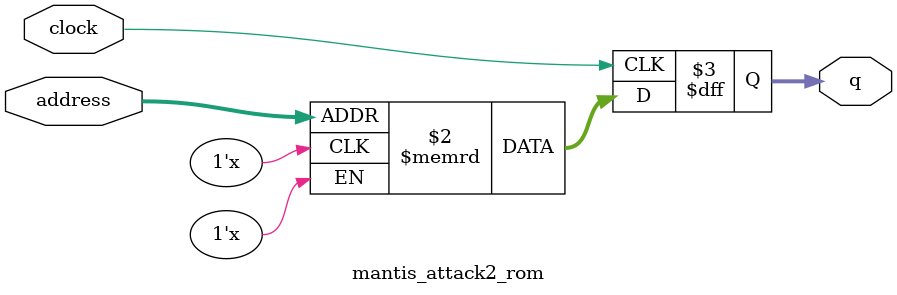
<source format=sv>
module mantis_attack2_rom (
	input logic clock,
	input logic [14:0] address,
	output logic [2:0] q
);

logic [2:0] memory [0:18815] /* synthesis ram_init_file = "./mantis_attack2/mantis_attack2.mif" */;

always_ff @ (posedge clock) begin
	q <= memory[address];
end

endmodule

</source>
